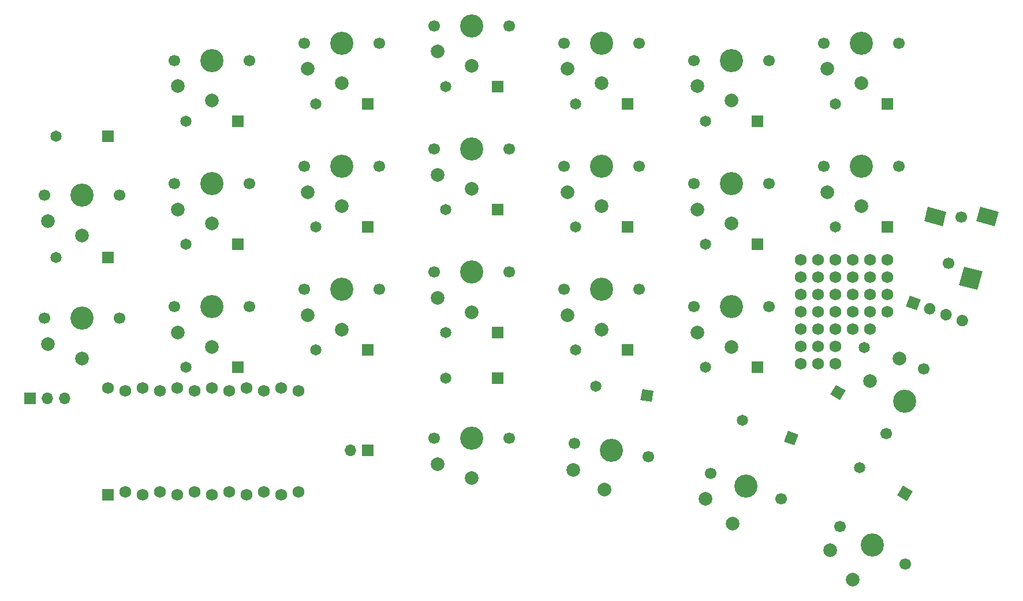
<source format=gbr>
G04 #@! TF.GenerationSoftware,KiCad,Pcbnew,5.1.8-1*
G04 #@! TF.CreationDate,2021-01-06T16:28:38-05:00*
G04 #@! TF.ProjectId,MushyCloud,4d757368-7943-46c6-9f75-642e6b696361,rev?*
G04 #@! TF.SameCoordinates,Original*
G04 #@! TF.FileFunction,Soldermask,Bot*
G04 #@! TF.FilePolarity,Negative*
%FSLAX46Y46*%
G04 Gerber Fmt 4.6, Leading zero omitted, Abs format (unit mm)*
G04 Created by KiCad (PCBNEW 5.1.8-1) date 2021-01-06 16:28:38*
%MOMM*%
%LPD*%
G01*
G04 APERTURE LIST*
%ADD10R,1.752600X1.752600*%
%ADD11C,1.752600*%
%ADD12O,1.700000X1.700000*%
%ADD13R,1.700000X1.700000*%
%ADD14C,0.100000*%
%ADD15C,1.700000*%
%ADD16C,1.651000*%
%ADD17R,1.651000X1.651000*%
%ADD18C,2.000000*%
%ADD19C,3.400000*%
G04 APERTURE END LIST*
D10*
X58420000Y-115798600D03*
D11*
X60960000Y-115341400D03*
X63500000Y-115798600D03*
X66040000Y-115341400D03*
X68580000Y-115798600D03*
X71120000Y-115341400D03*
X73660000Y-115798600D03*
X76200000Y-115341400D03*
X78740000Y-115798600D03*
X81280000Y-115341400D03*
X83820000Y-115798600D03*
X86360000Y-100558600D03*
X83820000Y-100101400D03*
X81280000Y-100558600D03*
X78740000Y-100101400D03*
X76200000Y-100558600D03*
X73660000Y-100101400D03*
X71120000Y-100558600D03*
X68580000Y-100101400D03*
X66040000Y-100558600D03*
X63500000Y-100101400D03*
X60960000Y-100558600D03*
X86360000Y-115341400D03*
X58420000Y-100101400D03*
D12*
X52070000Y-101600000D03*
X49530000Y-101600000D03*
D13*
X46990000Y-101600000D03*
G36*
G01*
X183399741Y-91034932D02*
X183399741Y-91034932D01*
G75*
G02*
X182891719Y-89945476I290717J798739D01*
G01*
X182891719Y-89945476D01*
G75*
G02*
X183981175Y-89437454I798739J-290717D01*
G01*
X183981175Y-89437454D01*
G75*
G02*
X184489197Y-90526910I-290717J-798739D01*
G01*
X184489197Y-90526910D01*
G75*
G02*
X183399741Y-91034932I-798739J290717D01*
G01*
G37*
G36*
G01*
X181012922Y-90166201D02*
X181012922Y-90166201D01*
G75*
G02*
X180504900Y-89076745I290717J798739D01*
G01*
X180504900Y-89076745D01*
G75*
G02*
X181594356Y-88568723I798739J-290717D01*
G01*
X181594356Y-88568723D01*
G75*
G02*
X182102378Y-89658179I-290717J-798739D01*
G01*
X182102378Y-89658179D01*
G75*
G02*
X181012922Y-90166201I-798739J290717D01*
G01*
G37*
G36*
G01*
X178626102Y-89297470D02*
X178626102Y-89297470D01*
G75*
G02*
X178118080Y-88208014I290717J798739D01*
G01*
X178118080Y-88208014D01*
G75*
G02*
X179207536Y-87699992I798739J-290717D01*
G01*
X179207536Y-87699992D01*
G75*
G02*
X179715558Y-88789448I-290717J-798739D01*
G01*
X179715558Y-88789448D01*
G75*
G02*
X178626102Y-89297470I-798739J290717D01*
G01*
G37*
D14*
G36*
X177038022Y-88719456D02*
G01*
X175440544Y-88138022D01*
X176021978Y-86540544D01*
X177619456Y-87121978D01*
X177038022Y-88719456D01*
G37*
D12*
X93980000Y-109220000D03*
D13*
X96520000Y-109220000D03*
D11*
X165100000Y-96520000D03*
X162560000Y-96520000D03*
X160020000Y-96520000D03*
X160020000Y-93980000D03*
X162560000Y-93980000D03*
X165100000Y-93980000D03*
X170180000Y-91440000D03*
X165100000Y-91440000D03*
X160020000Y-91440000D03*
X167640000Y-91440000D03*
X162560000Y-91440000D03*
X167640000Y-88900000D03*
X160020000Y-88900000D03*
X162560000Y-88900000D03*
X165100000Y-88900000D03*
X160020000Y-86360000D03*
X167640000Y-86360000D03*
X165100000Y-86360000D03*
X162560000Y-86360000D03*
X160020000Y-83820000D03*
X162560000Y-83820000D03*
X165100000Y-83820000D03*
X167640000Y-83820000D03*
X170180000Y-83820000D03*
X170180000Y-86360000D03*
X170180000Y-88900000D03*
X172720000Y-88900000D03*
X172720000Y-86360000D03*
X172720000Y-83820000D03*
X172720000Y-81280000D03*
X170180000Y-81280000D03*
X167640000Y-81280000D03*
X165100000Y-81280000D03*
X162560000Y-81280000D03*
X160020000Y-81280000D03*
D14*
G36*
X186667418Y-83040051D02*
G01*
X185942724Y-85744643D01*
X183238132Y-85019949D01*
X183962826Y-82315357D01*
X186667418Y-83040051D01*
G37*
G36*
X189022671Y-74250125D02*
G01*
X188453269Y-76375162D01*
X185748677Y-75650469D01*
X186318079Y-73525432D01*
X189022671Y-74250125D01*
G37*
G36*
X181357182Y-74266716D02*
G01*
X180787780Y-76391753D01*
X178083188Y-75667060D01*
X178652590Y-73542023D01*
X181357182Y-74266716D01*
G37*
D15*
X183527048Y-75055185D03*
X181715314Y-81816666D03*
D16*
X50800000Y-81010000D03*
D17*
X58420000Y-81010000D03*
D16*
X50800000Y-63230000D03*
D17*
X58420000Y-63230000D03*
D16*
X107950000Y-98690000D03*
D17*
X115570000Y-98690000D03*
D16*
X169279577Y-94185737D03*
D14*
G36*
X165167423Y-99657197D02*
G01*
X166597231Y-100482697D01*
X165771731Y-101912505D01*
X164341923Y-101087005D01*
X165167423Y-99657197D01*
G37*
D16*
X165100000Y-76470000D03*
D17*
X172720000Y-76470000D03*
D16*
X168660886Y-111760000D03*
D14*
G36*
X174132346Y-115872154D02*
G01*
X174957846Y-114442346D01*
X176387654Y-115267846D01*
X175562154Y-116697654D01*
X174132346Y-115872154D01*
G37*
D16*
X146050000Y-97060000D03*
D17*
X153670000Y-97060000D03*
D16*
X146050000Y-79010000D03*
D17*
X153670000Y-79010000D03*
D16*
X151449542Y-104873806D03*
D14*
G36*
X157551946Y-107973379D02*
G01*
X158116621Y-106421946D01*
X159668054Y-106986621D01*
X159103379Y-108538054D01*
X157551946Y-107973379D01*
G37*
D16*
X127000000Y-94520000D03*
D17*
X134620000Y-94520000D03*
D16*
X127000000Y-76470000D03*
D17*
X134620000Y-76470000D03*
D16*
X129955764Y-99876800D03*
D14*
G36*
X136503695Y-101869612D02*
G01*
X136790388Y-100243695D01*
X138416305Y-100530388D01*
X138129612Y-102156305D01*
X136503695Y-101869612D01*
G37*
D16*
X107950000Y-91980000D03*
D17*
X115570000Y-91980000D03*
D16*
X107950000Y-73930000D03*
D17*
X115570000Y-73930000D03*
D16*
X88900000Y-94520000D03*
D17*
X96520000Y-94520000D03*
D16*
X88900000Y-76470000D03*
D17*
X96520000Y-76470000D03*
D16*
X69850000Y-97060000D03*
D17*
X77470000Y-97060000D03*
D16*
X69850000Y-79010000D03*
D17*
X77470000Y-79010000D03*
D16*
X165100000Y-58420000D03*
D17*
X172720000Y-58420000D03*
D16*
X146050000Y-60960000D03*
D17*
X153670000Y-60960000D03*
D16*
X127000000Y-58420000D03*
D17*
X134620000Y-58420000D03*
D16*
X107950000Y-55880000D03*
D17*
X115570000Y-55880000D03*
D16*
X88900000Y-58420000D03*
D17*
X96520000Y-58420000D03*
D16*
X69850000Y-60960000D03*
D17*
X77470000Y-60960000D03*
D15*
X175294118Y-125898222D03*
X165767838Y-120398222D03*
D18*
X164300851Y-123939119D03*
X167580978Y-128257772D03*
D19*
X170530978Y-123148222D03*
D15*
X157157909Y-116385504D03*
X146821291Y-112623282D03*
D18*
X145991460Y-116365124D03*
X149971681Y-120048579D03*
D19*
X151989600Y-114504393D03*
D15*
X137631750Y-110186903D03*
X126798864Y-108276773D03*
D18*
X126631405Y-112105867D03*
X131190783Y-115042204D03*
D19*
X132215307Y-109231838D03*
D15*
X117260000Y-107450000D03*
X106260000Y-107450000D03*
D18*
X106760000Y-111250000D03*
X111760000Y-113350000D03*
D19*
X111760000Y-107450000D03*
D15*
X172510000Y-106833140D03*
X178010000Y-97306860D03*
D18*
X174469103Y-95839873D03*
X170150450Y-99120000D03*
D19*
X175260000Y-102070000D03*
D15*
X155360000Y-88170000D03*
X144360000Y-88170000D03*
D18*
X144860000Y-91970000D03*
X149860000Y-94070000D03*
D19*
X149860000Y-88170000D03*
D15*
X136310000Y-85630000D03*
X125310000Y-85630000D03*
D18*
X125810000Y-89430000D03*
X130810000Y-91530000D03*
D19*
X130810000Y-85630000D03*
D15*
X117260000Y-83090000D03*
X106260000Y-83090000D03*
D18*
X106760000Y-86890000D03*
X111760000Y-88990000D03*
D19*
X111760000Y-83090000D03*
D15*
X98210000Y-85630000D03*
X87210000Y-85630000D03*
D18*
X87710000Y-89430000D03*
X92710000Y-91530000D03*
D19*
X92710000Y-85630000D03*
D15*
X79160000Y-88170000D03*
X68160000Y-88170000D03*
D18*
X68660000Y-91970000D03*
X73660000Y-94070000D03*
D19*
X73660000Y-88170000D03*
D15*
X174410000Y-67580000D03*
X163410000Y-67580000D03*
D18*
X163910000Y-71380000D03*
X168910000Y-73480000D03*
D19*
X168910000Y-67580000D03*
D15*
X155360000Y-70120000D03*
X144360000Y-70120000D03*
D18*
X144860000Y-73920000D03*
X149860000Y-76020000D03*
D19*
X149860000Y-70120000D03*
D15*
X136310000Y-67580000D03*
X125310000Y-67580000D03*
D18*
X125810000Y-71380000D03*
X130810000Y-73480000D03*
D19*
X130810000Y-67580000D03*
D15*
X117260000Y-65040000D03*
X106260000Y-65040000D03*
D18*
X106760000Y-68840000D03*
X111760000Y-70940000D03*
D19*
X111760000Y-65040000D03*
D15*
X98210000Y-67580000D03*
X87210000Y-67580000D03*
D18*
X87710000Y-71380000D03*
X92710000Y-73480000D03*
D19*
X92710000Y-67580000D03*
D15*
X79160000Y-70120000D03*
X68160000Y-70120000D03*
D18*
X68660000Y-73920000D03*
X73660000Y-76020000D03*
D19*
X73660000Y-70120000D03*
D15*
X60110000Y-89900000D03*
X49110000Y-89900000D03*
D18*
X49610000Y-93700000D03*
X54610000Y-95800000D03*
D19*
X54610000Y-89900000D03*
D15*
X174410000Y-49530000D03*
X163410000Y-49530000D03*
D18*
X163910000Y-53330000D03*
X168910000Y-55430000D03*
D19*
X168910000Y-49530000D03*
D15*
X155360000Y-52070000D03*
X144360000Y-52070000D03*
D18*
X144860000Y-55870000D03*
X149860000Y-57970000D03*
D19*
X149860000Y-52070000D03*
D15*
X136310000Y-49530000D03*
X125310000Y-49530000D03*
D18*
X125810000Y-53330000D03*
X130810000Y-55430000D03*
D19*
X130810000Y-49530000D03*
D15*
X117260000Y-46990000D03*
X106260000Y-46990000D03*
D18*
X106760000Y-50790000D03*
X111760000Y-52890000D03*
D19*
X111760000Y-46990000D03*
D15*
X98170701Y-49530000D03*
X87170701Y-49530000D03*
D18*
X87670701Y-53330000D03*
X92670701Y-55430000D03*
D19*
X92670701Y-49530000D03*
D15*
X79160000Y-52070000D03*
X68160000Y-52070000D03*
D18*
X68660000Y-55870000D03*
X73660000Y-57970000D03*
D19*
X73660000Y-52070000D03*
D15*
X60110000Y-71850000D03*
X49110000Y-71850000D03*
D18*
X49610000Y-75650000D03*
X54610000Y-77750000D03*
D19*
X54610000Y-71850000D03*
M02*

</source>
